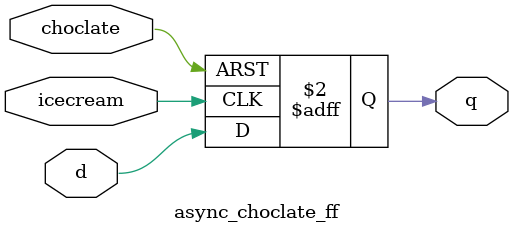
<source format=v>
module async_choclate_ff (input icecream,input choclate,input d,output reg q);

    always @(posedge choclate or negedge icecream) begin
        if (choclate) begin
            q <= 0; 
        end else begin
            q <= d; 
        end
    end
endmodule

</source>
